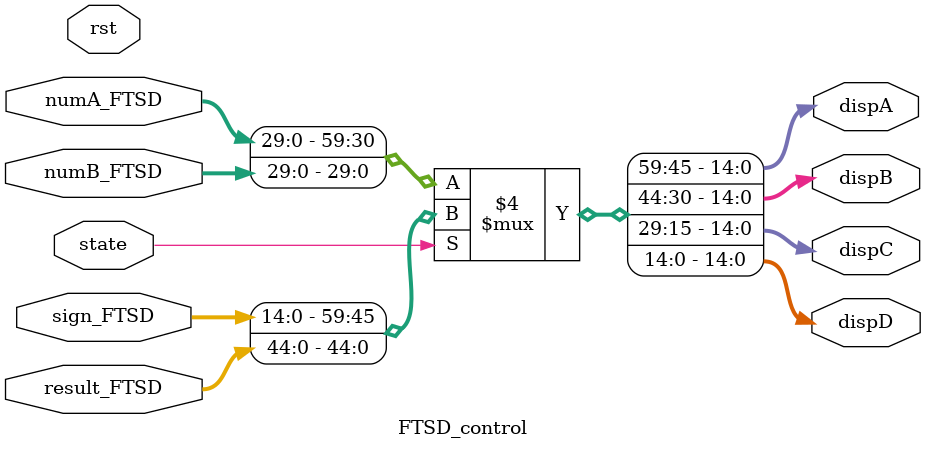
<source format=v>
`timescale 1ns / 1ps
module FTSD_control(
	state,
	rst,
	numA_FTSD,
	numB_FTSD,
	sign_FTSD,
	result_FTSD,
	dispA,
	dispB,
	dispC,
	dispD
);

	//Basic Input
	input state;
	input rst;
	
	//Numbers Input
	input [29:0] numA_FTSD, numB_FTSD;
	input [44:0] result_FTSD;
	input [14:0] sign_FTSD;
	
	//Display Output
	output reg [14:0] dispA, dispB, dispC, dispD;
	
	always @*
	if(~state)
		{dispA,dispB,dispC,dispD} = {numA_FTSD,numB_FTSD};
	else
		{dispA,dispB,dispC,dispD} = {sign_FTSD,result_FTSD};


endmodule

</source>
